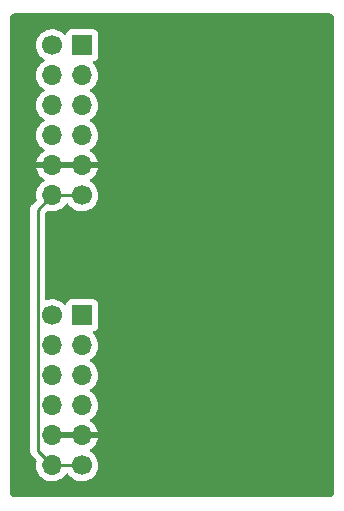
<source format=gbl>
%TF.GenerationSoftware,KiCad,Pcbnew,6.0.4-6f826c9f35~116~ubuntu20.04.1*%
%TF.CreationDate,2022-04-18T14:08:09+07:00*%
%TF.ProjectId,pmod-thin-16-leds,706d6f64-2d74-4686-996e-2d31362d6c65,1.0*%
%TF.SameCoordinates,Original*%
%TF.FileFunction,Copper,L2,Bot*%
%TF.FilePolarity,Positive*%
%FSLAX46Y46*%
G04 Gerber Fmt 4.6, Leading zero omitted, Abs format (unit mm)*
G04 Created by KiCad (PCBNEW 6.0.4-6f826c9f35~116~ubuntu20.04.1) date 2022-04-18 14:08:09*
%MOMM*%
%LPD*%
G01*
G04 APERTURE LIST*
%TA.AperFunction,ComponentPad*%
%ADD10R,1.700000X1.700000*%
%TD*%
%TA.AperFunction,ComponentPad*%
%ADD11O,1.700000X1.700000*%
%TD*%
%TA.AperFunction,ComponentPad*%
%ADD12C,1.700000*%
%TD*%
%TA.AperFunction,Conductor*%
%ADD13C,0.254000*%
%TD*%
G04 APERTURE END LIST*
D10*
%TO.P,J1,1,Pin_1*%
%TO.N,/p1*%
X102710000Y-74220000D03*
D11*
%TO.P,J1,2,Pin_2*%
%TO.N,/p3*%
X102710000Y-76760000D03*
%TO.P,J1,3,Pin_3*%
%TO.N,/p5*%
X102710000Y-79300000D03*
%TO.P,J1,4,Pin_4*%
%TO.N,/p7*%
X102710000Y-81840000D03*
%TO.P,J1,5,GND*%
%TO.N,GND*%
X102710000Y-84380000D03*
D12*
%TO.P,J1,6,3.3V*%
%TO.N,+3V3*%
X102710000Y-86920000D03*
%TO.P,J1,7,Pin_7*%
%TO.N,/p2*%
X100170000Y-74220000D03*
D11*
%TO.P,J1,8,Pin_8*%
%TO.N,/p4*%
X100170000Y-76760000D03*
%TO.P,J1,9,Pin_9*%
%TO.N,/p6*%
X100170000Y-79300000D03*
%TO.P,J1,10,Pin_10*%
%TO.N,/p8*%
X100170000Y-81840000D03*
%TO.P,J1,11,GND*%
%TO.N,GND*%
X100170000Y-84380000D03*
%TO.P,J1,12,3.3V*%
%TO.N,+3V3*%
X100170000Y-86920000D03*
%TD*%
D10*
%TO.P,J2,1,Pin_1*%
%TO.N,/p9*%
X102710000Y-97080000D03*
D11*
%TO.P,J2,2,Pin_2*%
%TO.N,/p11*%
X102710000Y-99620000D03*
%TO.P,J2,3,Pin_3*%
%TO.N,/p13*%
X102710000Y-102160000D03*
%TO.P,J2,4,Pin_4*%
%TO.N,/p15*%
X102710000Y-104700000D03*
%TO.P,J2,5,GND*%
%TO.N,GND*%
X102710000Y-107240000D03*
D12*
%TO.P,J2,6,3.3V*%
%TO.N,+3V3*%
X102710000Y-109780000D03*
%TO.P,J2,7,Pin_7*%
%TO.N,/p10*%
X100170000Y-97080000D03*
D11*
%TO.P,J2,8,Pin_8*%
%TO.N,/p12*%
X100170000Y-99620000D03*
%TO.P,J2,9,Pin_9*%
%TO.N,/p14*%
X100170000Y-102160000D03*
%TO.P,J2,10,Pin_10*%
%TO.N,/p16*%
X100170000Y-104700000D03*
%TO.P,J2,11,GND*%
%TO.N,GND*%
X100170000Y-107240000D03*
%TO.P,J2,12,3.3V*%
%TO.N,+3V3*%
X100170000Y-109780000D03*
%TD*%
D13*
%TO.N,+3V3*%
X98939489Y-108549489D02*
X100170000Y-109780000D01*
X100170000Y-109780000D02*
X102710000Y-109780000D01*
X98939489Y-88150511D02*
X98939489Y-108549489D01*
X100170000Y-86920000D02*
X98939489Y-88150511D01*
X102710000Y-86920000D02*
X100170000Y-86920000D01*
%TD*%
%TA.AperFunction,Conductor*%
%TO.N,GND*%
G36*
X123544942Y-71506897D02*
G01*
X123559750Y-71509203D01*
X123559752Y-71509203D01*
X123568621Y-71510584D01*
X123577524Y-71509420D01*
X123577526Y-71509420D01*
X123577650Y-71509404D01*
X123608088Y-71509133D01*
X123637755Y-71512475D01*
X123670158Y-71516126D01*
X123697666Y-71522404D01*
X123774756Y-71549379D01*
X123800176Y-71561620D01*
X123869326Y-71605069D01*
X123891386Y-71622661D01*
X123949135Y-71680409D01*
X123966727Y-71702469D01*
X124010178Y-71771621D01*
X124022420Y-71797041D01*
X124049393Y-71874124D01*
X124055672Y-71901632D01*
X124061919Y-71957072D01*
X124061611Y-71972764D01*
X124062693Y-71972777D01*
X124062584Y-71981746D01*
X124061202Y-71990621D01*
X124065328Y-72022171D01*
X124066391Y-72038500D01*
X124065479Y-90278318D01*
X124064395Y-111953521D01*
X124062895Y-111972898D01*
X124060583Y-111987745D01*
X124060583Y-111987752D01*
X124059202Y-111996621D01*
X124060382Y-112005646D01*
X124060654Y-112036081D01*
X124053661Y-112098155D01*
X124047382Y-112125664D01*
X124020408Y-112202752D01*
X124008169Y-112228168D01*
X123964714Y-112297325D01*
X123947125Y-112319380D01*
X123889380Y-112377125D01*
X123867325Y-112394714D01*
X123798168Y-112438169D01*
X123772752Y-112450408D01*
X123695664Y-112477382D01*
X123668159Y-112483660D01*
X123612673Y-112489912D01*
X123597036Y-112489245D01*
X123597018Y-112490694D01*
X123588047Y-112490584D01*
X123579173Y-112489202D01*
X123570270Y-112490366D01*
X123570265Y-112490366D01*
X123547621Y-112493327D01*
X123531284Y-112494391D01*
X97117866Y-112492996D01*
X97098489Y-112491495D01*
X97083645Y-112489183D01*
X97083641Y-112489183D01*
X97074773Y-112487802D01*
X97065871Y-112488966D01*
X97065869Y-112488966D01*
X97065753Y-112488981D01*
X97035304Y-112489252D01*
X96973233Y-112482257D01*
X96945727Y-112475979D01*
X96868645Y-112449006D01*
X96843226Y-112436765D01*
X96776306Y-112394717D01*
X96774076Y-112393316D01*
X96752017Y-112375724D01*
X96694271Y-112317976D01*
X96676680Y-112295917D01*
X96633233Y-112226770D01*
X96620992Y-112201350D01*
X96594018Y-112124263D01*
X96587739Y-112096754D01*
X96581477Y-112041170D01*
X96580694Y-112025522D01*
X96580803Y-112016646D01*
X96582184Y-112007773D01*
X96578052Y-111976168D01*
X96576989Y-111959850D01*
X96576989Y-111953521D01*
X96574606Y-88130390D01*
X98299254Y-88130390D01*
X98300000Y-88138282D01*
X98303430Y-88174567D01*
X98303989Y-88186425D01*
X98303989Y-108470469D01*
X98303459Y-108481703D01*
X98301781Y-108489208D01*
X98302030Y-108497127D01*
X98303927Y-108557501D01*
X98303989Y-108561458D01*
X98303989Y-108589472D01*
X98304485Y-108593397D01*
X98304485Y-108593398D01*
X98304497Y-108593493D01*
X98305430Y-108605338D01*
X98306824Y-108649694D01*
X98309036Y-108657306D01*
X98312502Y-108669237D01*
X98316512Y-108688601D01*
X98319062Y-108708788D01*
X98321978Y-108716152D01*
X98321979Y-108716157D01*
X98335396Y-108750045D01*
X98339241Y-108761274D01*
X98344087Y-108777954D01*
X98351620Y-108803882D01*
X98355658Y-108810709D01*
X98355659Y-108810712D01*
X98361977Y-108821395D01*
X98370677Y-108839153D01*
X98375250Y-108850704D01*
X98375254Y-108850710D01*
X98378170Y-108858077D01*
X98382828Y-108864488D01*
X98382829Y-108864490D01*
X98404253Y-108893977D01*
X98410770Y-108903899D01*
X98429315Y-108935257D01*
X98429318Y-108935261D01*
X98433355Y-108942087D01*
X98447739Y-108956471D01*
X98460580Y-108971505D01*
X98472547Y-108987976D01*
X98478655Y-108993029D01*
X98506744Y-109016266D01*
X98515524Y-109024256D01*
X98819164Y-109327896D01*
X98853190Y-109390208D01*
X98851486Y-109450662D01*
X98830989Y-109524570D01*
X98830441Y-109529700D01*
X98830440Y-109529704D01*
X98826933Y-109562522D01*
X98807251Y-109746695D01*
X98807548Y-109751848D01*
X98807548Y-109751851D01*
X98813011Y-109846590D01*
X98820110Y-109969715D01*
X98821247Y-109974761D01*
X98821248Y-109974767D01*
X98841119Y-110062939D01*
X98869222Y-110187639D01*
X98953266Y-110394616D01*
X99069987Y-110585088D01*
X99216250Y-110753938D01*
X99388126Y-110896632D01*
X99581000Y-111009338D01*
X99789692Y-111089030D01*
X99794760Y-111090061D01*
X99794763Y-111090062D01*
X99902017Y-111111883D01*
X100008597Y-111133567D01*
X100013772Y-111133757D01*
X100013774Y-111133757D01*
X100226673Y-111141564D01*
X100226677Y-111141564D01*
X100231837Y-111141753D01*
X100236957Y-111141097D01*
X100236959Y-111141097D01*
X100448288Y-111114025D01*
X100448289Y-111114025D01*
X100453416Y-111113368D01*
X100458366Y-111111883D01*
X100662429Y-111050661D01*
X100662434Y-111050659D01*
X100667384Y-111049174D01*
X100867994Y-110950896D01*
X101049860Y-110821173D01*
X101208096Y-110663489D01*
X101267594Y-110580689D01*
X101338453Y-110482077D01*
X101339771Y-110483024D01*
X101386676Y-110439842D01*
X101456614Y-110427628D01*
X101522053Y-110455165D01*
X101549876Y-110486995D01*
X101607287Y-110580684D01*
X101607291Y-110580689D01*
X101609987Y-110585088D01*
X101756250Y-110753938D01*
X101928126Y-110896632D01*
X102121000Y-111009338D01*
X102329692Y-111089030D01*
X102334760Y-111090061D01*
X102334763Y-111090062D01*
X102442017Y-111111883D01*
X102548597Y-111133567D01*
X102553772Y-111133757D01*
X102553774Y-111133757D01*
X102766673Y-111141564D01*
X102766677Y-111141564D01*
X102771837Y-111141753D01*
X102776957Y-111141097D01*
X102776959Y-111141097D01*
X102988288Y-111114025D01*
X102988289Y-111114025D01*
X102993416Y-111113368D01*
X102998366Y-111111883D01*
X103202429Y-111050661D01*
X103202434Y-111050659D01*
X103207384Y-111049174D01*
X103407994Y-110950896D01*
X103589860Y-110821173D01*
X103748096Y-110663489D01*
X103807594Y-110580689D01*
X103875435Y-110486277D01*
X103878453Y-110482077D01*
X103977430Y-110281811D01*
X104042370Y-110068069D01*
X104071529Y-109846590D01*
X104073156Y-109780000D01*
X104054852Y-109557361D01*
X104000431Y-109340702D01*
X103911354Y-109135840D01*
X103833998Y-109016266D01*
X103792822Y-108952617D01*
X103792820Y-108952614D01*
X103790014Y-108948277D01*
X103639670Y-108783051D01*
X103635619Y-108779852D01*
X103635615Y-108779848D01*
X103468414Y-108647800D01*
X103468410Y-108647798D01*
X103464359Y-108644598D01*
X103422569Y-108621529D01*
X103372598Y-108571097D01*
X103357826Y-108501654D01*
X103382942Y-108435248D01*
X103410294Y-108408641D01*
X103585328Y-108283792D01*
X103593200Y-108277139D01*
X103744052Y-108126812D01*
X103750730Y-108118965D01*
X103875003Y-107946020D01*
X103880313Y-107937183D01*
X103974670Y-107746267D01*
X103978469Y-107736672D01*
X104040377Y-107532910D01*
X104042555Y-107522837D01*
X104043986Y-107511962D01*
X104041775Y-107497778D01*
X104028617Y-107494000D01*
X100042000Y-107494000D01*
X99973879Y-107473998D01*
X99927386Y-107420342D01*
X99916000Y-107368000D01*
X99916000Y-107112000D01*
X99936002Y-107043879D01*
X99989658Y-106997386D01*
X100042000Y-106986000D01*
X104028344Y-106986000D01*
X104041875Y-106982027D01*
X104043180Y-106972947D01*
X104001214Y-106805875D01*
X103997894Y-106796124D01*
X103912972Y-106600814D01*
X103908105Y-106591739D01*
X103792426Y-106412926D01*
X103786136Y-106404757D01*
X103642806Y-106247240D01*
X103635273Y-106240215D01*
X103468139Y-106108222D01*
X103459556Y-106102520D01*
X103422602Y-106082120D01*
X103372631Y-106031687D01*
X103357859Y-105962245D01*
X103382975Y-105895839D01*
X103410327Y-105869232D01*
X103433797Y-105852491D01*
X103589860Y-105741173D01*
X103748096Y-105583489D01*
X103878453Y-105402077D01*
X103899320Y-105359857D01*
X103975136Y-105206453D01*
X103975137Y-105206451D01*
X103977430Y-105201811D01*
X104042370Y-104988069D01*
X104071529Y-104766590D01*
X104073156Y-104700000D01*
X104054852Y-104477361D01*
X104000431Y-104260702D01*
X103911354Y-104055840D01*
X103790014Y-103868277D01*
X103639670Y-103703051D01*
X103635619Y-103699852D01*
X103635615Y-103699848D01*
X103468414Y-103567800D01*
X103468410Y-103567798D01*
X103464359Y-103564598D01*
X103423053Y-103541796D01*
X103373084Y-103491364D01*
X103358312Y-103421921D01*
X103383428Y-103355516D01*
X103410780Y-103328909D01*
X103454603Y-103297650D01*
X103589860Y-103201173D01*
X103748096Y-103043489D01*
X103878453Y-102862077D01*
X103899320Y-102819857D01*
X103975136Y-102666453D01*
X103975137Y-102666451D01*
X103977430Y-102661811D01*
X104042370Y-102448069D01*
X104071529Y-102226590D01*
X104073156Y-102160000D01*
X104054852Y-101937361D01*
X104000431Y-101720702D01*
X103911354Y-101515840D01*
X103790014Y-101328277D01*
X103639670Y-101163051D01*
X103635619Y-101159852D01*
X103635615Y-101159848D01*
X103468414Y-101027800D01*
X103468410Y-101027798D01*
X103464359Y-101024598D01*
X103423053Y-101001796D01*
X103373084Y-100951364D01*
X103358312Y-100881921D01*
X103383428Y-100815516D01*
X103410780Y-100788909D01*
X103454603Y-100757650D01*
X103589860Y-100661173D01*
X103748096Y-100503489D01*
X103878453Y-100322077D01*
X103899320Y-100279857D01*
X103975136Y-100126453D01*
X103975137Y-100126451D01*
X103977430Y-100121811D01*
X104042370Y-99908069D01*
X104071529Y-99686590D01*
X104073156Y-99620000D01*
X104054852Y-99397361D01*
X104000431Y-99180702D01*
X103911354Y-98975840D01*
X103790014Y-98788277D01*
X103786532Y-98784450D01*
X103642798Y-98626488D01*
X103611746Y-98562642D01*
X103620141Y-98492143D01*
X103665317Y-98437375D01*
X103691761Y-98423706D01*
X103798297Y-98383767D01*
X103806705Y-98380615D01*
X103923261Y-98293261D01*
X104010615Y-98176705D01*
X104061745Y-98040316D01*
X104068500Y-97978134D01*
X104068500Y-96181866D01*
X104061745Y-96119684D01*
X104010615Y-95983295D01*
X103923261Y-95866739D01*
X103806705Y-95779385D01*
X103670316Y-95728255D01*
X103608134Y-95721500D01*
X101811866Y-95721500D01*
X101749684Y-95728255D01*
X101613295Y-95779385D01*
X101496739Y-95866739D01*
X101409385Y-95983295D01*
X101406233Y-95991703D01*
X101364919Y-96101907D01*
X101322277Y-96158671D01*
X101255716Y-96183371D01*
X101186367Y-96168163D01*
X101153743Y-96142476D01*
X101103151Y-96086875D01*
X101103142Y-96086866D01*
X101099670Y-96083051D01*
X101095619Y-96079852D01*
X101095615Y-96079848D01*
X100928414Y-95947800D01*
X100928410Y-95947798D01*
X100924359Y-95944598D01*
X100728789Y-95836638D01*
X100723920Y-95834914D01*
X100723916Y-95834912D01*
X100523087Y-95763795D01*
X100523083Y-95763794D01*
X100518212Y-95762069D01*
X100513119Y-95761162D01*
X100513116Y-95761161D01*
X100303373Y-95723800D01*
X100303367Y-95723799D01*
X100298284Y-95722894D01*
X100224452Y-95721992D01*
X100080081Y-95720228D01*
X100080079Y-95720228D01*
X100074911Y-95720165D01*
X99854091Y-95753955D01*
X99759810Y-95784771D01*
X99740134Y-95791202D01*
X99669170Y-95793353D01*
X99608309Y-95756797D01*
X99576872Y-95693140D01*
X99574989Y-95671437D01*
X99574989Y-88465933D01*
X99594991Y-88397812D01*
X99611894Y-88376838D01*
X99716899Y-88271833D01*
X99779211Y-88237807D01*
X99831112Y-88237457D01*
X100008597Y-88273567D01*
X100013772Y-88273757D01*
X100013774Y-88273757D01*
X100226673Y-88281564D01*
X100226677Y-88281564D01*
X100231837Y-88281753D01*
X100236957Y-88281097D01*
X100236959Y-88281097D01*
X100448288Y-88254025D01*
X100448289Y-88254025D01*
X100453416Y-88253368D01*
X100458366Y-88251883D01*
X100662429Y-88190661D01*
X100662434Y-88190659D01*
X100667384Y-88189174D01*
X100867994Y-88090896D01*
X101049860Y-87961173D01*
X101208096Y-87803489D01*
X101338453Y-87622077D01*
X101339771Y-87623024D01*
X101386676Y-87579842D01*
X101456614Y-87567628D01*
X101522053Y-87595165D01*
X101549876Y-87626995D01*
X101607287Y-87720684D01*
X101607295Y-87720694D01*
X101609987Y-87725088D01*
X101756250Y-87893938D01*
X101928126Y-88036632D01*
X102121000Y-88149338D01*
X102329692Y-88229030D01*
X102334760Y-88230061D01*
X102334763Y-88230062D01*
X102442017Y-88251883D01*
X102548597Y-88273567D01*
X102553772Y-88273757D01*
X102553774Y-88273757D01*
X102766673Y-88281564D01*
X102766677Y-88281564D01*
X102771837Y-88281753D01*
X102776957Y-88281097D01*
X102776959Y-88281097D01*
X102988288Y-88254025D01*
X102988289Y-88254025D01*
X102993416Y-88253368D01*
X102998366Y-88251883D01*
X103202429Y-88190661D01*
X103202434Y-88190659D01*
X103207384Y-88189174D01*
X103407994Y-88090896D01*
X103589860Y-87961173D01*
X103748096Y-87803489D01*
X103878453Y-87622077D01*
X103977430Y-87421811D01*
X104042370Y-87208069D01*
X104071529Y-86986590D01*
X104073156Y-86920000D01*
X104054852Y-86697361D01*
X104000431Y-86480702D01*
X103911354Y-86275840D01*
X103790014Y-86088277D01*
X103639670Y-85923051D01*
X103635619Y-85919852D01*
X103635615Y-85919848D01*
X103468414Y-85787800D01*
X103468410Y-85787798D01*
X103464359Y-85784598D01*
X103422569Y-85761529D01*
X103372598Y-85711097D01*
X103357826Y-85641654D01*
X103382942Y-85575248D01*
X103410294Y-85548641D01*
X103585328Y-85423792D01*
X103593200Y-85417139D01*
X103744052Y-85266812D01*
X103750730Y-85258965D01*
X103875003Y-85086020D01*
X103880313Y-85077183D01*
X103974670Y-84886267D01*
X103978469Y-84876672D01*
X104040377Y-84672910D01*
X104042555Y-84662837D01*
X104043986Y-84651962D01*
X104041775Y-84637778D01*
X104028617Y-84634000D01*
X98853225Y-84634000D01*
X98839694Y-84637973D01*
X98838257Y-84647966D01*
X98868565Y-84782446D01*
X98871645Y-84792275D01*
X98951770Y-84989603D01*
X98956413Y-84998794D01*
X99067694Y-85180388D01*
X99073777Y-85188699D01*
X99213213Y-85349667D01*
X99220580Y-85356883D01*
X99384434Y-85492916D01*
X99392881Y-85498831D01*
X99461969Y-85539203D01*
X99510693Y-85590842D01*
X99523764Y-85660625D01*
X99497033Y-85726396D01*
X99456584Y-85759752D01*
X99443607Y-85766507D01*
X99439474Y-85769610D01*
X99439471Y-85769612D01*
X99415247Y-85787800D01*
X99264965Y-85900635D01*
X99110629Y-86062138D01*
X98984743Y-86246680D01*
X98890688Y-86449305D01*
X98830989Y-86664570D01*
X98807251Y-86886695D01*
X98807548Y-86891848D01*
X98807548Y-86891851D01*
X98813011Y-86986590D01*
X98820110Y-87109715D01*
X98821247Y-87114761D01*
X98821248Y-87114767D01*
X98852933Y-87255360D01*
X98848397Y-87326212D01*
X98819111Y-87372156D01*
X98546006Y-87645261D01*
X98537680Y-87652837D01*
X98531186Y-87656958D01*
X98525763Y-87662733D01*
X98484404Y-87706776D01*
X98481649Y-87709618D01*
X98461850Y-87729417D01*
X98459426Y-87732542D01*
X98459418Y-87732551D01*
X98459352Y-87732637D01*
X98451644Y-87741662D01*
X98421272Y-87774005D01*
X98417454Y-87780949D01*
X98417453Y-87780951D01*
X98411467Y-87791840D01*
X98400616Y-87808358D01*
X98388139Y-87824444D01*
X98370513Y-87865177D01*
X98365296Y-87875825D01*
X98343920Y-87914708D01*
X98341949Y-87922383D01*
X98341947Y-87922389D01*
X98338858Y-87934422D01*
X98332455Y-87953124D01*
X98324372Y-87971803D01*
X98323133Y-87979628D01*
X98317429Y-88015638D01*
X98315024Y-88027251D01*
X98303989Y-88070229D01*
X98303989Y-88090576D01*
X98302438Y-88110287D01*
X98299254Y-88130390D01*
X96574606Y-88130390D01*
X96573974Y-81806695D01*
X98807251Y-81806695D01*
X98807548Y-81811848D01*
X98807548Y-81811851D01*
X98813011Y-81906590D01*
X98820110Y-82029715D01*
X98821247Y-82034761D01*
X98821248Y-82034767D01*
X98841119Y-82122939D01*
X98869222Y-82247639D01*
X98953266Y-82454616D01*
X99004019Y-82537438D01*
X99067291Y-82640688D01*
X99069987Y-82645088D01*
X99216250Y-82813938D01*
X99388126Y-82956632D01*
X99461955Y-82999774D01*
X99510679Y-83051412D01*
X99523750Y-83121195D01*
X99497019Y-83186967D01*
X99456562Y-83220327D01*
X99448457Y-83224546D01*
X99439738Y-83230036D01*
X99269433Y-83357905D01*
X99261726Y-83364748D01*
X99114590Y-83518717D01*
X99108104Y-83526727D01*
X98988098Y-83702649D01*
X98983000Y-83711623D01*
X98893338Y-83904783D01*
X98889775Y-83914470D01*
X98834389Y-84114183D01*
X98835912Y-84122607D01*
X98848292Y-84126000D01*
X104028344Y-84126000D01*
X104041875Y-84122027D01*
X104043180Y-84112947D01*
X104001214Y-83945875D01*
X103997894Y-83936124D01*
X103912972Y-83740814D01*
X103908105Y-83731739D01*
X103792426Y-83552926D01*
X103786136Y-83544757D01*
X103642806Y-83387240D01*
X103635273Y-83380215D01*
X103468139Y-83248222D01*
X103459556Y-83242520D01*
X103422602Y-83222120D01*
X103372631Y-83171687D01*
X103357859Y-83102245D01*
X103382975Y-83035839D01*
X103410327Y-83009232D01*
X103433797Y-82992491D01*
X103589860Y-82881173D01*
X103748096Y-82723489D01*
X103807594Y-82640689D01*
X103875435Y-82546277D01*
X103878453Y-82542077D01*
X103899320Y-82499857D01*
X103975136Y-82346453D01*
X103975137Y-82346451D01*
X103977430Y-82341811D01*
X104042370Y-82128069D01*
X104071529Y-81906590D01*
X104073156Y-81840000D01*
X104054852Y-81617361D01*
X104000431Y-81400702D01*
X103911354Y-81195840D01*
X103790014Y-81008277D01*
X103639670Y-80843051D01*
X103635619Y-80839852D01*
X103635615Y-80839848D01*
X103468414Y-80707800D01*
X103468410Y-80707798D01*
X103464359Y-80704598D01*
X103423053Y-80681796D01*
X103373084Y-80631364D01*
X103358312Y-80561921D01*
X103383428Y-80495516D01*
X103410780Y-80468909D01*
X103454603Y-80437650D01*
X103589860Y-80341173D01*
X103748096Y-80183489D01*
X103807594Y-80100689D01*
X103875435Y-80006277D01*
X103878453Y-80002077D01*
X103899320Y-79959857D01*
X103975136Y-79806453D01*
X103975137Y-79806451D01*
X103977430Y-79801811D01*
X104042370Y-79588069D01*
X104071529Y-79366590D01*
X104073156Y-79300000D01*
X104054852Y-79077361D01*
X104000431Y-78860702D01*
X103911354Y-78655840D01*
X103790014Y-78468277D01*
X103639670Y-78303051D01*
X103635619Y-78299852D01*
X103635615Y-78299848D01*
X103468414Y-78167800D01*
X103468410Y-78167798D01*
X103464359Y-78164598D01*
X103423053Y-78141796D01*
X103373084Y-78091364D01*
X103358312Y-78021921D01*
X103383428Y-77955516D01*
X103410780Y-77928909D01*
X103454603Y-77897650D01*
X103589860Y-77801173D01*
X103748096Y-77643489D01*
X103807594Y-77560689D01*
X103875435Y-77466277D01*
X103878453Y-77462077D01*
X103899320Y-77419857D01*
X103975136Y-77266453D01*
X103975137Y-77266451D01*
X103977430Y-77261811D01*
X104042370Y-77048069D01*
X104071529Y-76826590D01*
X104073156Y-76760000D01*
X104054852Y-76537361D01*
X104000431Y-76320702D01*
X103911354Y-76115840D01*
X103790014Y-75928277D01*
X103786532Y-75924450D01*
X103642798Y-75766488D01*
X103611746Y-75702642D01*
X103620141Y-75632143D01*
X103665317Y-75577375D01*
X103691761Y-75563706D01*
X103798297Y-75523767D01*
X103806705Y-75520615D01*
X103923261Y-75433261D01*
X104010615Y-75316705D01*
X104061745Y-75180316D01*
X104068500Y-75118134D01*
X104068500Y-73321866D01*
X104061745Y-73259684D01*
X104010615Y-73123295D01*
X103923261Y-73006739D01*
X103806705Y-72919385D01*
X103670316Y-72868255D01*
X103608134Y-72861500D01*
X101811866Y-72861500D01*
X101749684Y-72868255D01*
X101613295Y-72919385D01*
X101496739Y-73006739D01*
X101409385Y-73123295D01*
X101406233Y-73131703D01*
X101364919Y-73241907D01*
X101322277Y-73298671D01*
X101255716Y-73323371D01*
X101186367Y-73308163D01*
X101153743Y-73282476D01*
X101103151Y-73226875D01*
X101103142Y-73226866D01*
X101099670Y-73223051D01*
X101095619Y-73219852D01*
X101095615Y-73219848D01*
X100928414Y-73087800D01*
X100928410Y-73087798D01*
X100924359Y-73084598D01*
X100728789Y-72976638D01*
X100723920Y-72974914D01*
X100723916Y-72974912D01*
X100523087Y-72903795D01*
X100523083Y-72903794D01*
X100518212Y-72902069D01*
X100513119Y-72901162D01*
X100513116Y-72901161D01*
X100303373Y-72863800D01*
X100303367Y-72863799D01*
X100298284Y-72862894D01*
X100224452Y-72861992D01*
X100080081Y-72860228D01*
X100080079Y-72860228D01*
X100074911Y-72860165D01*
X99854091Y-72893955D01*
X99641756Y-72963357D01*
X99443607Y-73066507D01*
X99439474Y-73069610D01*
X99439471Y-73069612D01*
X99269100Y-73197530D01*
X99264965Y-73200635D01*
X99225525Y-73241907D01*
X99171280Y-73298671D01*
X99110629Y-73362138D01*
X98984743Y-73546680D01*
X98890688Y-73749305D01*
X98830989Y-73964570D01*
X98807251Y-74186695D01*
X98820110Y-74409715D01*
X98821247Y-74414761D01*
X98821248Y-74414767D01*
X98845304Y-74521508D01*
X98869222Y-74627639D01*
X98953266Y-74834616D01*
X99069987Y-75025088D01*
X99216250Y-75193938D01*
X99388126Y-75336632D01*
X99458595Y-75377811D01*
X99461445Y-75379476D01*
X99510169Y-75431114D01*
X99523240Y-75500897D01*
X99496509Y-75566669D01*
X99456055Y-75600027D01*
X99443607Y-75606507D01*
X99439474Y-75609610D01*
X99439471Y-75609612D01*
X99315567Y-75702642D01*
X99264965Y-75740635D01*
X99110629Y-75902138D01*
X98984743Y-76086680D01*
X98890688Y-76289305D01*
X98830989Y-76504570D01*
X98807251Y-76726695D01*
X98807548Y-76731848D01*
X98807548Y-76731851D01*
X98813011Y-76826590D01*
X98820110Y-76949715D01*
X98821247Y-76954761D01*
X98821248Y-76954767D01*
X98841119Y-77042939D01*
X98869222Y-77167639D01*
X98953266Y-77374616D01*
X99004019Y-77457438D01*
X99067291Y-77560688D01*
X99069987Y-77565088D01*
X99216250Y-77733938D01*
X99388126Y-77876632D01*
X99458595Y-77917811D01*
X99461445Y-77919476D01*
X99510169Y-77971114D01*
X99523240Y-78040897D01*
X99496509Y-78106669D01*
X99456055Y-78140027D01*
X99443607Y-78146507D01*
X99439474Y-78149610D01*
X99439471Y-78149612D01*
X99415247Y-78167800D01*
X99264965Y-78280635D01*
X99110629Y-78442138D01*
X98984743Y-78626680D01*
X98890688Y-78829305D01*
X98830989Y-79044570D01*
X98807251Y-79266695D01*
X98807548Y-79271848D01*
X98807548Y-79271851D01*
X98813011Y-79366590D01*
X98820110Y-79489715D01*
X98821247Y-79494761D01*
X98821248Y-79494767D01*
X98841119Y-79582939D01*
X98869222Y-79707639D01*
X98953266Y-79914616D01*
X99004019Y-79997438D01*
X99067291Y-80100688D01*
X99069987Y-80105088D01*
X99216250Y-80273938D01*
X99388126Y-80416632D01*
X99458595Y-80457811D01*
X99461445Y-80459476D01*
X99510169Y-80511114D01*
X99523240Y-80580897D01*
X99496509Y-80646669D01*
X99456055Y-80680027D01*
X99443607Y-80686507D01*
X99439474Y-80689610D01*
X99439471Y-80689612D01*
X99415247Y-80707800D01*
X99264965Y-80820635D01*
X99110629Y-80982138D01*
X98984743Y-81166680D01*
X98890688Y-81369305D01*
X98830989Y-81584570D01*
X98807251Y-81806695D01*
X96573974Y-81806695D01*
X96573313Y-75197240D01*
X96572998Y-72048844D01*
X96574498Y-72029446D01*
X96576803Y-72014644D01*
X96576803Y-72014642D01*
X96578184Y-72005773D01*
X96577005Y-71996753D01*
X96576733Y-71966305D01*
X96577774Y-71957072D01*
X96583728Y-71904230D01*
X96590007Y-71876724D01*
X96616978Y-71799645D01*
X96629220Y-71774224D01*
X96672674Y-71705068D01*
X96690266Y-71683009D01*
X96748009Y-71625266D01*
X96770068Y-71607674D01*
X96839224Y-71564220D01*
X96864637Y-71551981D01*
X96941730Y-71525005D01*
X96969231Y-71518728D01*
X97006968Y-71514476D01*
X97024723Y-71512475D01*
X97040364Y-71512707D01*
X97040376Y-71511693D01*
X97049346Y-71511802D01*
X97058221Y-71513184D01*
X97089812Y-71509053D01*
X97106133Y-71507989D01*
X118817798Y-71505859D01*
X123525544Y-71505397D01*
X123544942Y-71506897D01*
G37*
%TD.AperFunction*%
%TD*%
M02*

</source>
